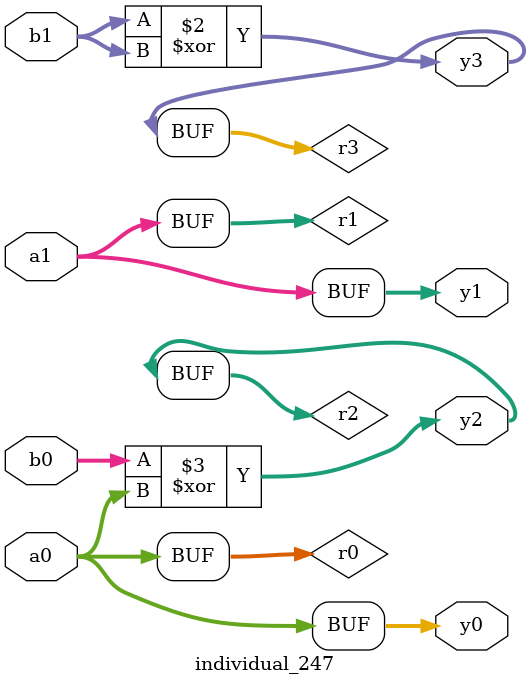
<source format=sv>
module individual_247(input logic [15:0] a1, input logic [15:0] a0, input logic [15:0] b1, input logic [15:0] b0, output logic [15:0] y3, output logic [15:0] y2, output logic [15:0] y1, output logic [15:0] y0);
logic [15:0] r0, r1, r2, r3; 
 always@(*) begin 
	 r0 = a0; r1 = a1; r2 = b0; r3 = b1; 
 	 r3  ^=  b1 ;
 	 r2  ^=  a0 ;
 	 y3 = r3; y2 = r2; y1 = r1; y0 = r0; 
end
endmodule
</source>
